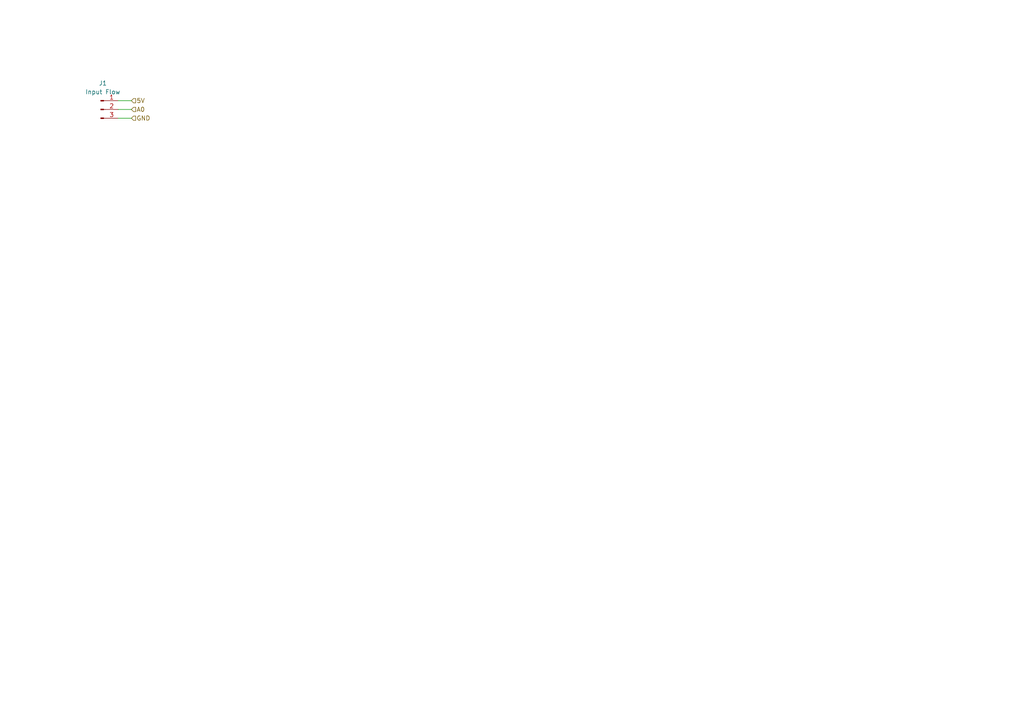
<source format=kicad_sch>
(kicad_sch (version 20231120) (generator "eeschema") (generator_version "8.0")
  (paper "A4")
  (lib_symbols
    (symbol "Connector:Conn_01x03_Pin" (pin_names (offset 1.016) hide)
      (property "Reference" "J" (at 0 5.08 0))
      (property "Value" "Conn_01x03_Pin" (at 0 -5.08 0))
      (symbol "Conn_01x03_Pin_1_1"
        (polyline (pts (xy 1.27 -2.54) (xy 0.8636 -2.54)) (stroke (width 0.1524)))
        (polyline (pts (xy 1.27 0) (xy 0.8636 0)) (stroke (width 0.1524)))
        (polyline (pts (xy 1.27 2.54) (xy 0.8636 2.54)) (stroke (width 0.1524)))
        (rectangle (start 0.8636 -2.413) (end 0 -2.667) (stroke (width 0.1524)) (fill (type outline)))
        (rectangle (start 0.8636 0.127) (end 0 -0.127) (stroke (width 0.1524)) (fill (type outline)))
        (rectangle (start 0.8636 2.667) (end 0 2.413) (stroke (width 0.1524)) (fill (type outline)))
        (pin passive line (at 5.08 2.54 180) (length 3.81) (name "Pin_1") (number "1"))
        (pin passive line (at 5.08 0 180) (length 3.81) (name "Pin_2") (number "2"))
        (pin passive line (at 5.08 -2.54 180) (length 3.81) (name "Pin_3") (number "3"))
      )
    )
  )
  (wire (pts (xy 34.29 34.29) (xy 38.1 34.29)))
  (wire (pts (xy 34.29 31.75) (xy 38.1 31.75)))
  (wire (pts (xy 34.29 29.21) (xy 38.1 29.21)))
  (hierarchical_label "5V" (shape input) (at 38.1 29.21 0))
  (hierarchical_label "GND" (shape input) (at 38.1 34.29 0))
  (hierarchical_label "A0" (shape input) (at 38.1 31.75 0))
  (symbol (lib_id "Connector:Conn_01x03_Pin") (at 29.21 31.75 0) (unit 1)
    (property "Reference" "J1" (at 29.845 24.13 0))
    (property "Value" "Input Flow" (at 29.845 26.67 0))
    (property "Footprint" "Connector_JST:JST_EH_B3B-EH-A_1x03_P2.50mm_Vertical" (effects (hide yes)))
    (property "Description" "Generic connector, single row, 01x03, script generated" (effects (hide yes)))
  )
)
</source>
